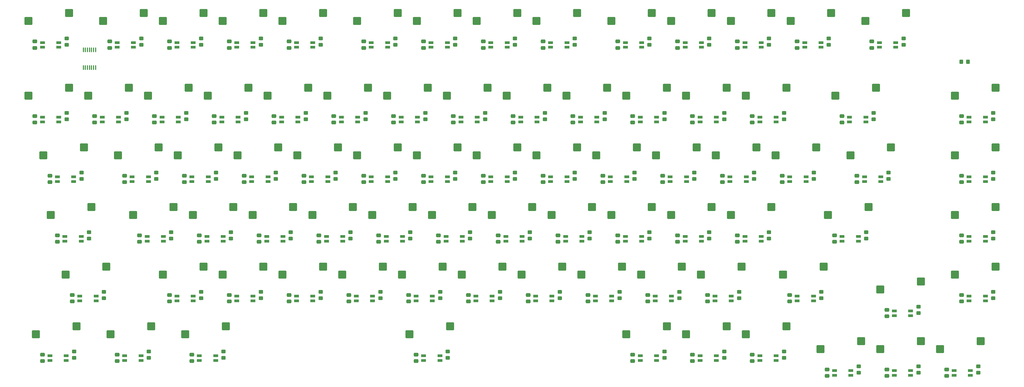
<source format=gbr>
%TF.GenerationSoftware,KiCad,Pcbnew,9.0.2*%
%TF.CreationDate,2025-06-21T15:39:44+05:00*%
%TF.ProjectId,KB75,4b423735-2e6b-4696-9361-645f70636258,V1*%
%TF.SameCoordinates,Original*%
%TF.FileFunction,Paste,Bot*%
%TF.FilePolarity,Positive*%
%FSLAX46Y46*%
G04 Gerber Fmt 4.6, Leading zero omitted, Abs format (unit mm)*
G04 Created by KiCad (PCBNEW 9.0.2) date 2025-06-21 15:39:44*
%MOMM*%
%LPD*%
G01*
G04 APERTURE LIST*
G04 Aperture macros list*
%AMRoundRect*
0 Rectangle with rounded corners*
0 $1 Rounding radius*
0 $2 $3 $4 $5 $6 $7 $8 $9 X,Y pos of 4 corners*
0 Add a 4 corners polygon primitive as box body*
4,1,4,$2,$3,$4,$5,$6,$7,$8,$9,$2,$3,0*
0 Add four circle primitives for the rounded corners*
1,1,$1+$1,$2,$3*
1,1,$1+$1,$4,$5*
1,1,$1+$1,$6,$7*
1,1,$1+$1,$8,$9*
0 Add four rect primitives between the rounded corners*
20,1,$1+$1,$2,$3,$4,$5,0*
20,1,$1+$1,$4,$5,$6,$7,0*
20,1,$1+$1,$6,$7,$8,$9,0*
20,1,$1+$1,$8,$9,$2,$3,0*%
G04 Aperture macros list end*
%ADD10RoundRect,0.082000X-0.718000X0.328000X-0.718000X-0.328000X0.718000X-0.328000X0.718000X0.328000X0*%
%ADD11RoundRect,0.250000X-1.025000X-1.000000X1.025000X-1.000000X1.025000X1.000000X-1.025000X1.000000X0*%
%ADD12RoundRect,0.250000X-0.475000X0.337500X-0.475000X-0.337500X0.475000X-0.337500X0.475000X0.337500X0*%
%ADD13RoundRect,0.250000X0.450000X-0.325000X0.450000X0.325000X-0.450000X0.325000X-0.450000X-0.325000X0*%
%ADD14RoundRect,0.250000X0.325000X0.450000X-0.325000X0.450000X-0.325000X-0.450000X0.325000X-0.450000X0*%
%ADD15RoundRect,0.100000X-0.100000X0.637500X-0.100000X-0.637500X0.100000X-0.637500X0.100000X0.637500X0*%
G04 APERTURE END LIST*
D10*
%TO.C,LED25*%
X236455000Y-78479999D03*
X236455000Y-79979999D03*
X241655000Y-79979999D03*
X241655000Y-78479999D03*
%TD*%
%TO.C,LED20*%
X141205000Y-78479999D03*
X141205000Y-79979999D03*
X146405000Y-79979999D03*
X146405000Y-78479999D03*
%TD*%
%TO.C,LED51*%
X174542500Y-116579999D03*
X174542500Y-118079999D03*
X179742500Y-118079999D03*
X179742500Y-116579999D03*
%TD*%
D11*
%TO.C,SW11*%
X246257500Y-47797500D03*
X259184500Y-45257500D03*
%TD*%
D10*
%TO.C,LED68*%
X241217500Y-135629999D03*
X241217500Y-137129999D03*
X246417500Y-137129999D03*
X246417500Y-135629999D03*
%TD*%
D11*
%TO.C,SW44*%
X336745000Y-90660000D03*
X349672000Y-88120000D03*
%TD*%
D10*
%TO.C,LED8*%
X188830000Y-54667499D03*
X188830000Y-56167499D03*
X194030000Y-56167499D03*
X194030000Y-54667499D03*
%TD*%
D11*
%TO.C,SW37*%
X184345000Y-90660000D03*
X197272000Y-88120000D03*
%TD*%
D10*
%TO.C,LED63*%
X145967500Y-135629999D03*
X145967500Y-137129999D03*
X151167500Y-137129999D03*
X151167500Y-135629999D03*
%TD*%
%TO.C,LED19*%
X122155000Y-78479999D03*
X122155000Y-79979999D03*
X127355000Y-79979999D03*
X127355000Y-78479999D03*
%TD*%
%TO.C,LED5*%
X126917500Y-54667499D03*
X126917500Y-56167499D03*
X132117500Y-56167499D03*
X132117500Y-54667499D03*
%TD*%
D11*
%TO.C,SW19*%
X117670000Y-71610000D03*
X130597000Y-69070000D03*
%TD*%
D10*
%TO.C,LED30*%
X50717500Y-97529999D03*
X50717500Y-99029999D03*
X55917500Y-99029999D03*
X55917500Y-97529999D03*
%TD*%
D11*
%TO.C,SW62*%
X122432500Y-128760000D03*
X135359500Y-126220000D03*
%TD*%
%TO.C,SW16*%
X60520000Y-71610000D03*
X73447000Y-69070000D03*
%TD*%
%TO.C,SW74*%
X67663750Y-147810000D03*
X80590750Y-145270000D03*
%TD*%
%TO.C,SW5*%
X122432500Y-47797500D03*
X135359500Y-45257500D03*
%TD*%
D10*
%TO.C,LED29*%
X341230000Y-78479999D03*
X341230000Y-79979999D03*
X346430000Y-79979999D03*
X346430000Y-78479999D03*
%TD*%
%TO.C,LED73*%
X48336250Y-154679999D03*
X48336250Y-156179999D03*
X53536250Y-156179999D03*
X53536250Y-154679999D03*
%TD*%
D11*
%TO.C,SW22*%
X174820000Y-71610000D03*
X187747000Y-69070000D03*
%TD*%
%TO.C,SW67*%
X217682500Y-128760000D03*
X230609500Y-126220000D03*
%TD*%
%TO.C,SW48*%
X112907500Y-109710000D03*
X125834500Y-107170000D03*
%TD*%
D10*
%TO.C,LED21*%
X160255000Y-78479999D03*
X160255000Y-79979999D03*
X165455000Y-79979999D03*
X165455000Y-78479999D03*
%TD*%
%TO.C,LED42*%
X284080000Y-97529999D03*
X284080000Y-99029999D03*
X289280000Y-99029999D03*
X289280000Y-97529999D03*
%TD*%
D11*
%TO.C,SW13*%
X284357500Y-47797500D03*
X297284500Y-45257500D03*
%TD*%
D10*
%TO.C,LED55*%
X250742500Y-116579999D03*
X250742500Y-118079999D03*
X255942500Y-118079999D03*
X255942500Y-116579999D03*
%TD*%
%TO.C,LED40*%
X245980000Y-97529999D03*
X245980000Y-99029999D03*
X251180000Y-99029999D03*
X251180000Y-97529999D03*
%TD*%
D11*
%TO.C,SW25*%
X231970000Y-71610000D03*
X244897000Y-69070000D03*
%TD*%
%TO.C,SW30*%
X46232500Y-90660000D03*
X59159500Y-88120000D03*
%TD*%
D10*
%TO.C,LED26*%
X255505000Y-78479999D03*
X255505000Y-79979999D03*
X260705000Y-79979999D03*
X260705000Y-78479999D03*
%TD*%
%TO.C,LED3*%
X88817500Y-54667499D03*
X88817500Y-56167499D03*
X94017500Y-56167499D03*
X94017500Y-54667499D03*
%TD*%
%TO.C,LED38*%
X207880000Y-97529999D03*
X207880000Y-99029999D03*
X213080000Y-99029999D03*
X213080000Y-97529999D03*
%TD*%
%TO.C,LED76*%
X167398750Y-154679999D03*
X167398750Y-156179999D03*
X172598750Y-156179999D03*
X172598750Y-154679999D03*
%TD*%
%TO.C,LED80*%
X298367500Y-159442499D03*
X298367500Y-160942499D03*
X303567500Y-160942499D03*
X303567500Y-159442499D03*
%TD*%
%TO.C,LED13*%
X288842500Y-54667499D03*
X288842500Y-56167499D03*
X294042500Y-56167499D03*
X294042500Y-54667499D03*
%TD*%
%TO.C,LED18*%
X103105000Y-78479999D03*
X103105000Y-79979999D03*
X108305000Y-79979999D03*
X108305000Y-78479999D03*
%TD*%
D11*
%TO.C,SW40*%
X241495000Y-90660000D03*
X254422000Y-88120000D03*
%TD*%
%TO.C,SW24*%
X212920000Y-71610000D03*
X225847000Y-69070000D03*
%TD*%
D10*
%TO.C,LED22*%
X179305000Y-78479999D03*
X179305000Y-79979999D03*
X184505000Y-79979999D03*
X184505000Y-78479999D03*
%TD*%
%TO.C,LED27*%
X274555000Y-78479999D03*
X274555000Y-79979999D03*
X279755000Y-79979999D03*
X279755000Y-78479999D03*
%TD*%
%TO.C,LED77*%
X236455000Y-154679999D03*
X236455000Y-156179999D03*
X241655000Y-156179999D03*
X241655000Y-154679999D03*
%TD*%
%TO.C,LED24*%
X217405000Y-78479999D03*
X217405000Y-79979999D03*
X222605000Y-79979999D03*
X222605000Y-78479999D03*
%TD*%
%TO.C,LED44*%
X341230000Y-97529999D03*
X341230000Y-99029999D03*
X346430000Y-99029999D03*
X346430000Y-97529999D03*
%TD*%
%TO.C,LED67*%
X222167500Y-135629999D03*
X222167500Y-137129999D03*
X227367500Y-137129999D03*
X227367500Y-135629999D03*
%TD*%
%TO.C,LED74*%
X72148750Y-154679999D03*
X72148750Y-156179999D03*
X77348750Y-156179999D03*
X77348750Y-154679999D03*
%TD*%
D11*
%TO.C,SW82*%
X331982500Y-152572500D03*
X344909500Y-150032500D03*
%TD*%
D10*
%TO.C,LED70*%
X286461250Y-135629999D03*
X286461250Y-137129999D03*
X291661250Y-137129999D03*
X291661250Y-135629999D03*
%TD*%
D11*
%TO.C,SW10*%
X227207500Y-47797500D03*
X240134500Y-45257500D03*
%TD*%
%TO.C,SW31*%
X70045000Y-90660000D03*
X82972000Y-88120000D03*
%TD*%
D10*
%TO.C,LED54*%
X231692500Y-116579999D03*
X231692500Y-118079999D03*
X236892500Y-118079999D03*
X236892500Y-116579999D03*
%TD*%
%TO.C,LED56*%
X269792500Y-116579999D03*
X269792500Y-118079999D03*
X274992500Y-118079999D03*
X274992500Y-116579999D03*
%TD*%
%TO.C,LED45*%
X53098750Y-116579999D03*
X53098750Y-118079999D03*
X58298750Y-118079999D03*
X58298750Y-116579999D03*
%TD*%
%TO.C,LED81*%
X317417500Y-159442499D03*
X317417500Y-160942499D03*
X322617500Y-160942499D03*
X322617500Y-159442499D03*
%TD*%
%TO.C,LED78*%
X255505000Y-154679999D03*
X255505000Y-156179999D03*
X260705000Y-156179999D03*
X260705000Y-154679999D03*
%TD*%
D11*
%TO.C,SW38*%
X203395000Y-90660000D03*
X216322000Y-88120000D03*
%TD*%
%TO.C,SW63*%
X141482500Y-128760000D03*
X154409500Y-126220000D03*
%TD*%
%TO.C,SW76*%
X162913750Y-147810000D03*
X175840750Y-145270000D03*
%TD*%
D10*
%TO.C,LED43*%
X307892500Y-97529999D03*
X307892500Y-99029999D03*
X313092500Y-99029999D03*
X313092500Y-97529999D03*
%TD*%
%TO.C,LED79*%
X274555000Y-154679999D03*
X274555000Y-156179999D03*
X279755000Y-156179999D03*
X279755000Y-154679999D03*
%TD*%
D11*
%TO.C,SW7*%
X165295000Y-47797500D03*
X178222000Y-45257500D03*
%TD*%
D10*
%TO.C,LED48*%
X117392500Y-116579999D03*
X117392500Y-118079999D03*
X122592500Y-118079999D03*
X122592500Y-116579999D03*
%TD*%
D11*
%TO.C,SW53*%
X208157500Y-109710000D03*
X221084500Y-107170000D03*
%TD*%
D10*
%TO.C,LED75*%
X95961250Y-154679999D03*
X95961250Y-156179999D03*
X101161250Y-156179999D03*
X101161250Y-154679999D03*
%TD*%
D11*
%TO.C,SW65*%
X179582500Y-128760000D03*
X192509500Y-126220000D03*
%TD*%
D10*
%TO.C,LED53*%
X212642500Y-116579999D03*
X212642500Y-118079999D03*
X217842500Y-118079999D03*
X217842500Y-116579999D03*
%TD*%
%TO.C,LED49*%
X136442500Y-116579999D03*
X136442500Y-118079999D03*
X141642500Y-118079999D03*
X141642500Y-116579999D03*
%TD*%
D11*
%TO.C,SW56*%
X265307500Y-109710000D03*
X278234500Y-107170000D03*
%TD*%
%TO.C,SW21*%
X155770000Y-71610000D03*
X168697000Y-69070000D03*
%TD*%
%TO.C,SW2*%
X65282500Y-47797500D03*
X78209500Y-45257500D03*
%TD*%
%TO.C,SW81*%
X312932500Y-152572500D03*
X325859500Y-150032500D03*
%TD*%
%TO.C,SW50*%
X151007500Y-109710000D03*
X163934500Y-107170000D03*
%TD*%
D10*
%TO.C,LED17*%
X84055000Y-78479999D03*
X84055000Y-79979999D03*
X89255000Y-79979999D03*
X89255000Y-78479999D03*
%TD*%
D11*
%TO.C,SW28*%
X298645000Y-71610000D03*
X311572000Y-69070000D03*
%TD*%
%TO.C,SW51*%
X170057500Y-109710000D03*
X182984500Y-107170000D03*
%TD*%
D10*
%TO.C,LED59*%
X57861250Y-135629999D03*
X57861250Y-137129999D03*
X63061250Y-137129999D03*
X63061250Y-135629999D03*
%TD*%
D11*
%TO.C,SW43*%
X303407500Y-90660000D03*
X316334500Y-88120000D03*
%TD*%
%TO.C,SW39*%
X222445000Y-90660000D03*
X235372000Y-88120000D03*
%TD*%
D10*
%TO.C,LED64*%
X165017500Y-135629999D03*
X165017500Y-137129999D03*
X170217500Y-137129999D03*
X170217500Y-135629999D03*
%TD*%
D11*
%TO.C,SW35*%
X146245000Y-90660000D03*
X159172000Y-88120000D03*
%TD*%
%TO.C,SW9*%
X203395000Y-47797500D03*
X216322000Y-45257500D03*
%TD*%
D10*
%TO.C,LED72*%
X341230000Y-135629999D03*
X341230000Y-137129999D03*
X346430000Y-137129999D03*
X346430000Y-135629999D03*
%TD*%
%TO.C,LED7*%
X169780000Y-54667499D03*
X169780000Y-56167499D03*
X174980000Y-56167499D03*
X174980000Y-54667499D03*
%TD*%
D11*
%TO.C,SW73*%
X43851250Y-147810000D03*
X56778250Y-145270000D03*
%TD*%
D10*
%TO.C,LED9*%
X207880000Y-54667499D03*
X207880000Y-56167499D03*
X213080000Y-56167499D03*
X213080000Y-54667499D03*
%TD*%
%TO.C,LED23*%
X198355000Y-78479999D03*
X198355000Y-79979999D03*
X203555000Y-79979999D03*
X203555000Y-78479999D03*
%TD*%
D11*
%TO.C,SW18*%
X98620000Y-71610000D03*
X111547000Y-69070000D03*
%TD*%
%TO.C,SW3*%
X84332500Y-47797500D03*
X97259500Y-45257500D03*
%TD*%
%TO.C,SW61*%
X103382500Y-128760000D03*
X116309500Y-126220000D03*
%TD*%
%TO.C,SW6*%
X146245000Y-47797500D03*
X159172000Y-45257500D03*
%TD*%
%TO.C,SW70*%
X281976250Y-128760000D03*
X294903250Y-126220000D03*
%TD*%
%TO.C,SW57*%
X296263750Y-109710000D03*
X309190750Y-107170000D03*
%TD*%
D10*
%TO.C,LED60*%
X88817500Y-135629999D03*
X88817500Y-137129999D03*
X94017500Y-137129999D03*
X94017500Y-135629999D03*
%TD*%
D11*
%TO.C,SW46*%
X74807500Y-109710000D03*
X87734500Y-107170000D03*
%TD*%
%TO.C,SW12*%
X265307500Y-47797500D03*
X278234500Y-45257500D03*
%TD*%
D10*
%TO.C,LED57*%
X300748750Y-116579999D03*
X300748750Y-118079999D03*
X305948750Y-118079999D03*
X305948750Y-116579999D03*
%TD*%
%TO.C,LED12*%
X269792500Y-54667499D03*
X269792500Y-56167499D03*
X274992500Y-56167499D03*
X274992500Y-54667499D03*
%TD*%
D11*
%TO.C,SW64*%
X160532500Y-128760000D03*
X173459500Y-126220000D03*
%TD*%
%TO.C,SW42*%
X279595000Y-90660000D03*
X292522000Y-88120000D03*
%TD*%
%TO.C,SW4*%
X103382500Y-47797500D03*
X116309500Y-45257500D03*
%TD*%
D10*
%TO.C,LED31*%
X74530000Y-97529999D03*
X74530000Y-99029999D03*
X79730000Y-99029999D03*
X79730000Y-97529999D03*
%TD*%
D11*
%TO.C,SW49*%
X131957500Y-109710000D03*
X144884500Y-107170000D03*
%TD*%
%TO.C,SW66*%
X198632500Y-128760000D03*
X211559500Y-126220000D03*
%TD*%
%TO.C,SW47*%
X93857500Y-109710000D03*
X106784500Y-107170000D03*
%TD*%
%TO.C,SW75*%
X91476250Y-147810000D03*
X104403250Y-145270000D03*
%TD*%
%TO.C,SW29*%
X336745000Y-71610000D03*
X349672000Y-69070000D03*
%TD*%
%TO.C,SW45*%
X48613750Y-109710000D03*
X61540750Y-107170000D03*
%TD*%
D10*
%TO.C,LED36*%
X169780000Y-97529999D03*
X169780000Y-99029999D03*
X174980000Y-99029999D03*
X174980000Y-97529999D03*
%TD*%
%TO.C,LED47*%
X98342500Y-116579999D03*
X98342500Y-118079999D03*
X103542500Y-118079999D03*
X103542500Y-116579999D03*
%TD*%
%TO.C,LED35*%
X150730000Y-97529999D03*
X150730000Y-99029999D03*
X155930000Y-99029999D03*
X155930000Y-97529999D03*
%TD*%
%TO.C,LED41*%
X265030000Y-97529999D03*
X265030000Y-99029999D03*
X270230000Y-99029999D03*
X270230000Y-97529999D03*
%TD*%
%TO.C,LED10*%
X231692500Y-54667499D03*
X231692500Y-56167499D03*
X236892500Y-56167499D03*
X236892500Y-54667499D03*
%TD*%
D11*
%TO.C,SW77*%
X231970000Y-147810000D03*
X244897000Y-145270000D03*
%TD*%
%TO.C,SW80*%
X293882500Y-152572500D03*
X306809500Y-150032500D03*
%TD*%
D10*
%TO.C,LED33*%
X112630000Y-97529999D03*
X112630000Y-99029999D03*
X117830000Y-99029999D03*
X117830000Y-97529999D03*
%TD*%
D11*
%TO.C,SW1*%
X41470000Y-47797500D03*
X54397000Y-45257500D03*
%TD*%
%TO.C,SW54*%
X227207500Y-109710000D03*
X240134500Y-107170000D03*
%TD*%
%TO.C,SW36*%
X165295000Y-90660000D03*
X178222000Y-88120000D03*
%TD*%
%TO.C,SW69*%
X255782500Y-128760000D03*
X268709500Y-126220000D03*
%TD*%
D10*
%TO.C,LED1*%
X45955000Y-54667499D03*
X45955000Y-56167499D03*
X51155000Y-56167499D03*
X51155000Y-54667499D03*
%TD*%
D11*
%TO.C,SW68*%
X236732500Y-128760000D03*
X249659500Y-126220000D03*
%TD*%
%TO.C,SW20*%
X136720000Y-71610000D03*
X149647000Y-69070000D03*
%TD*%
D10*
%TO.C,LED52*%
X193592500Y-116579999D03*
X193592500Y-118079999D03*
X198792500Y-118079999D03*
X198792500Y-116579999D03*
%TD*%
D11*
%TO.C,SW17*%
X79570000Y-71610000D03*
X92497000Y-69070000D03*
%TD*%
D10*
%TO.C,LED65*%
X184067500Y-135629999D03*
X184067500Y-137129999D03*
X189267500Y-137129999D03*
X189267500Y-135629999D03*
%TD*%
D11*
%TO.C,SW55*%
X246257500Y-109710000D03*
X259184500Y-107170000D03*
%TD*%
%TO.C,SW33*%
X108145000Y-90660000D03*
X121072000Y-88120000D03*
%TD*%
D10*
%TO.C,LED34*%
X131680000Y-97529999D03*
X131680000Y-99029999D03*
X136880000Y-99029999D03*
X136880000Y-97529999D03*
%TD*%
%TO.C,LED16*%
X65005000Y-78479999D03*
X65005000Y-79979999D03*
X70205000Y-79979999D03*
X70205000Y-78479999D03*
%TD*%
D11*
%TO.C,SW58*%
X336745000Y-109710000D03*
X349672000Y-107170000D03*
%TD*%
%TO.C,SW78*%
X251020000Y-147810000D03*
X263947000Y-145270000D03*
%TD*%
%TO.C,SW15*%
X41470000Y-71610000D03*
X54397000Y-69070000D03*
%TD*%
D10*
%TO.C,LED37*%
X188830000Y-97529999D03*
X188830000Y-99029999D03*
X194030000Y-99029999D03*
X194030000Y-97529999D03*
%TD*%
D11*
%TO.C,SW32*%
X89095000Y-90660000D03*
X102022000Y-88120000D03*
%TD*%
D10*
%TO.C,LED6*%
X150730000Y-54667499D03*
X150730000Y-56167499D03*
X155930000Y-56167499D03*
X155930000Y-54667499D03*
%TD*%
D11*
%TO.C,SW34*%
X127195000Y-90660000D03*
X140122000Y-88120000D03*
%TD*%
D10*
%TO.C,LED69*%
X260267500Y-135629999D03*
X260267500Y-137129999D03*
X265467500Y-137129999D03*
X265467500Y-135629999D03*
%TD*%
D11*
%TO.C,SW8*%
X184345000Y-47797500D03*
X197272000Y-45257500D03*
%TD*%
D10*
%TO.C,LED39*%
X226930000Y-97529999D03*
X226930000Y-99029999D03*
X232130000Y-99029999D03*
X232130000Y-97529999D03*
%TD*%
D11*
%TO.C,SW52*%
X189107500Y-109710000D03*
X202034500Y-107170000D03*
%TD*%
D10*
%TO.C,LED11*%
X250742500Y-54667499D03*
X250742500Y-56167499D03*
X255942500Y-56167499D03*
X255942500Y-54667499D03*
%TD*%
D11*
%TO.C,SW79*%
X270070000Y-147810000D03*
X282997000Y-145270000D03*
%TD*%
%TO.C,SW71*%
X312932500Y-133522500D03*
X325859500Y-130982500D03*
%TD*%
D10*
%TO.C,LED71*%
X317417500Y-140392499D03*
X317417500Y-141892499D03*
X322617500Y-141892499D03*
X322617500Y-140392499D03*
%TD*%
%TO.C,LED82*%
X336467500Y-159442499D03*
X336467500Y-160942499D03*
X341667500Y-160942499D03*
X341667500Y-159442499D03*
%TD*%
%TO.C,LED62*%
X126917500Y-135629999D03*
X126917500Y-137129999D03*
X132117500Y-137129999D03*
X132117500Y-135629999D03*
%TD*%
D11*
%TO.C,SW41*%
X260545000Y-90660000D03*
X273472000Y-88120000D03*
%TD*%
D10*
%TO.C,LED61*%
X107867500Y-135629999D03*
X107867500Y-137129999D03*
X113067500Y-137129999D03*
X113067500Y-135629999D03*
%TD*%
%TO.C,LED58*%
X341230000Y-116579999D03*
X341230000Y-118079999D03*
X346430000Y-118079999D03*
X346430000Y-116579999D03*
%TD*%
D11*
%TO.C,SW23*%
X193870000Y-71610000D03*
X206797000Y-69070000D03*
%TD*%
D10*
%TO.C,LED15*%
X45955000Y-78479999D03*
X45955000Y-79979999D03*
X51155000Y-79979999D03*
X51155000Y-78479999D03*
%TD*%
%TO.C,LED46*%
X79292500Y-116579999D03*
X79292500Y-118079999D03*
X84492500Y-118079999D03*
X84492500Y-116579999D03*
%TD*%
%TO.C,LED66*%
X203117500Y-135629999D03*
X203117500Y-137129999D03*
X208317500Y-137129999D03*
X208317500Y-135629999D03*
%TD*%
D11*
%TO.C,SW27*%
X270070000Y-71610000D03*
X282997000Y-69070000D03*
%TD*%
D10*
%TO.C,LED28*%
X303130000Y-78479999D03*
X303130000Y-79979999D03*
X308330000Y-79979999D03*
X308330000Y-78479999D03*
%TD*%
%TO.C,LED32*%
X93580000Y-97529999D03*
X93580000Y-99029999D03*
X98780000Y-99029999D03*
X98780000Y-97529999D03*
%TD*%
D11*
%TO.C,SW59*%
X53376250Y-128760000D03*
X66303250Y-126220000D03*
%TD*%
D10*
%TO.C,LED2*%
X69767500Y-54667499D03*
X69767500Y-56167499D03*
X74967500Y-56167499D03*
X74967500Y-54667499D03*
%TD*%
D11*
%TO.C,SW14*%
X308170000Y-47797500D03*
X321097000Y-45257500D03*
%TD*%
%TO.C,SW26*%
X251020000Y-71610000D03*
X263947000Y-69070000D03*
%TD*%
%TO.C,SW60*%
X84332500Y-128760000D03*
X97259500Y-126220000D03*
%TD*%
%TO.C,SW72*%
X336745000Y-128760000D03*
X349672000Y-126220000D03*
%TD*%
D10*
%TO.C,LED14*%
X312655000Y-54667499D03*
X312655000Y-56167499D03*
X317855000Y-56167499D03*
X317855000Y-54667499D03*
%TD*%
%TO.C,LED50*%
X155492500Y-116579999D03*
X155492500Y-118079999D03*
X160692500Y-118079999D03*
X160692500Y-116579999D03*
%TD*%
%TO.C,LED4*%
X107867500Y-54667499D03*
X107867500Y-56167499D03*
X113067500Y-56167499D03*
X113067500Y-54667499D03*
%TD*%
D12*
%TO.C,C42*%
X281680000Y-97162500D03*
X281680000Y-99237500D03*
%TD*%
D13*
%TO.C,D74*%
X79828750Y-155375000D03*
X79828750Y-153325000D03*
%TD*%
%TO.C,D53*%
X220322500Y-117275000D03*
X220322500Y-115225000D03*
%TD*%
%TO.C,D49*%
X144122500Y-117275000D03*
X144122500Y-115225000D03*
%TD*%
%TO.C,D40*%
X253660000Y-98225000D03*
X253660000Y-96175000D03*
%TD*%
D12*
%TO.C,C62*%
X143567500Y-135262500D03*
X143567500Y-137337500D03*
%TD*%
D13*
%TO.C,D61*%
X115547500Y-136325000D03*
X115547500Y-134275000D03*
%TD*%
%TO.C,D75*%
X103641250Y-155375000D03*
X103641250Y-153325000D03*
%TD*%
%TO.C,D42*%
X291760000Y-98225000D03*
X291760000Y-96175000D03*
%TD*%
D12*
%TO.C,C11*%
X248342500Y-54300000D03*
X248342500Y-56375000D03*
%TD*%
D13*
%TO.C,D36*%
X177460000Y-98225000D03*
X177460000Y-96175000D03*
%TD*%
%TO.C,D47*%
X106022500Y-117275000D03*
X106022500Y-115225000D03*
%TD*%
D12*
%TO.C,C13*%
X286442500Y-54300000D03*
X286442500Y-56375000D03*
%TD*%
%TO.C,C77*%
X234055000Y-154312500D03*
X234055000Y-156387500D03*
%TD*%
%TO.C,C51*%
X172142500Y-116212500D03*
X172142500Y-118287500D03*
%TD*%
D13*
%TO.C,D37*%
X196510000Y-98225000D03*
X196510000Y-96175000D03*
%TD*%
%TO.C,D31*%
X82210000Y-98225000D03*
X82210000Y-96175000D03*
%TD*%
%TO.C,D28*%
X310810000Y-79175000D03*
X310810000Y-77125000D03*
%TD*%
%TO.C,D8*%
X196510000Y-55362500D03*
X196510000Y-53312500D03*
%TD*%
%TO.C,D1*%
X53635000Y-55362500D03*
X53635000Y-53312500D03*
%TD*%
%TO.C,D60*%
X96497500Y-136325000D03*
X96497500Y-134275000D03*
%TD*%
D12*
%TO.C,C21*%
X157855000Y-78112500D03*
X157855000Y-80187500D03*
%TD*%
%TO.C,C48*%
X114992500Y-116212500D03*
X114992500Y-118287500D03*
%TD*%
D13*
%TO.C,D16*%
X72685000Y-79175000D03*
X72685000Y-77125000D03*
%TD*%
%TO.C,D81*%
X325097500Y-160137500D03*
X325097500Y-158087500D03*
%TD*%
D12*
%TO.C,C50*%
X153092500Y-116212500D03*
X153092500Y-118287500D03*
%TD*%
%TO.C,C6*%
X148330000Y-54300000D03*
X148330000Y-56375000D03*
%TD*%
D13*
%TO.C,D79*%
X282235000Y-155375000D03*
X282235000Y-153325000D03*
%TD*%
%TO.C,D5*%
X134597500Y-55362500D03*
X134597500Y-53312500D03*
%TD*%
D12*
%TO.C,C9*%
X205480000Y-54300000D03*
X205480000Y-56375000D03*
%TD*%
%TO.C,C74*%
X69748750Y-154312500D03*
X69748750Y-156387500D03*
%TD*%
D13*
%TO.C,D12*%
X277472500Y-55362500D03*
X277472500Y-53312500D03*
%TD*%
%TO.C,D68*%
X248897500Y-136325000D03*
X248897500Y-134275000D03*
%TD*%
%TO.C,D35*%
X158410000Y-98225000D03*
X158410000Y-96175000D03*
%TD*%
%TO.C,D76*%
X175078750Y-155375000D03*
X175078750Y-153325000D03*
%TD*%
%TO.C,D73*%
X56016250Y-155375000D03*
X56016250Y-153325000D03*
%TD*%
%TO.C,D13*%
X296522500Y-55362500D03*
X296522500Y-53312500D03*
%TD*%
%TO.C,D58*%
X348910000Y-117275000D03*
X348910000Y-115225000D03*
%TD*%
D12*
%TO.C,C12*%
X267392500Y-54300000D03*
X267392500Y-56375000D03*
%TD*%
D13*
%TO.C,D63*%
X153647500Y-136325000D03*
X153647500Y-134275000D03*
%TD*%
D12*
%TO.C,C47*%
X95942500Y-116212500D03*
X95942500Y-118287500D03*
%TD*%
%TO.C,C34*%
X129280000Y-97162500D03*
X129280000Y-99237500D03*
%TD*%
D13*
%TO.C,D72*%
X348910000Y-136325000D03*
X348910000Y-134275000D03*
%TD*%
D12*
%TO.C,C7*%
X167380000Y-54300000D03*
X167380000Y-56375000D03*
%TD*%
D13*
%TO.C,D82*%
X344147500Y-160137500D03*
X344147500Y-158087500D03*
%TD*%
%TO.C,D6*%
X158410000Y-55362500D03*
X158410000Y-53312500D03*
%TD*%
D12*
%TO.C,C71*%
X338830000Y-116212500D03*
X338830000Y-118287500D03*
%TD*%
D13*
%TO.C,D22*%
X186985000Y-79175000D03*
X186985000Y-77125000D03*
%TD*%
%TO.C,D48*%
X125072500Y-117275000D03*
X125072500Y-115225000D03*
%TD*%
%TO.C,D23*%
X206035000Y-79175000D03*
X206035000Y-77125000D03*
%TD*%
%TO.C,D43*%
X315572500Y-98225000D03*
X315572500Y-96175000D03*
%TD*%
D12*
%TO.C,C15*%
X43555000Y-78112500D03*
X43555000Y-80187500D03*
%TD*%
D13*
%TO.C,D78*%
X263185000Y-155375000D03*
X263185000Y-153325000D03*
%TD*%
D12*
%TO.C,C41*%
X262630000Y-97162500D03*
X262630000Y-99237500D03*
%TD*%
%TO.C,C61*%
X124517500Y-135262500D03*
X124517500Y-137337500D03*
%TD*%
D13*
%TO.C,D39*%
X234610000Y-98225000D03*
X234610000Y-96175000D03*
%TD*%
%TO.C,D34*%
X139360000Y-98225000D03*
X139360000Y-96175000D03*
%TD*%
D12*
%TO.C,C52*%
X191192500Y-116212500D03*
X191192500Y-118287500D03*
%TD*%
%TO.C,C17*%
X81655000Y-78112500D03*
X81655000Y-80187500D03*
%TD*%
D13*
%TO.C,D19*%
X129835000Y-79175000D03*
X129835000Y-77125000D03*
%TD*%
D12*
%TO.C,C20*%
X138805000Y-78112500D03*
X138805000Y-80187500D03*
%TD*%
D13*
%TO.C,D50*%
X163172500Y-117275000D03*
X163172500Y-115225000D03*
%TD*%
D12*
%TO.C,C44*%
X338830000Y-97162500D03*
X338830000Y-99237500D03*
%TD*%
%TO.C,C39*%
X224530000Y-97162500D03*
X224530000Y-99237500D03*
%TD*%
%TO.C,C76*%
X164998750Y-154312500D03*
X164998750Y-156387500D03*
%TD*%
D13*
%TO.C,D3*%
X96497500Y-55362500D03*
X96497500Y-53312500D03*
%TD*%
D12*
%TO.C,C26*%
X253105000Y-78112500D03*
X253105000Y-80187500D03*
%TD*%
%TO.C,C14*%
X310255000Y-54300000D03*
X310255000Y-56375000D03*
%TD*%
D13*
%TO.C,D54*%
X239372500Y-117275000D03*
X239372500Y-115225000D03*
%TD*%
D12*
%TO.C,C23*%
X195955000Y-78112500D03*
X195955000Y-80187500D03*
%TD*%
%TO.C,C27*%
X272155000Y-78112500D03*
X272155000Y-80187500D03*
%TD*%
D14*
%TO.C,D83*%
X340840000Y-60790000D03*
X338790000Y-60790000D03*
%TD*%
D12*
%TO.C,C63*%
X162617500Y-135262500D03*
X162617500Y-137337500D03*
%TD*%
D13*
%TO.C,D51*%
X182222500Y-117275000D03*
X182222500Y-115225000D03*
%TD*%
D12*
%TO.C,C28*%
X300730000Y-78112500D03*
X300730000Y-80187500D03*
%TD*%
D13*
%TO.C,D52*%
X201272500Y-117275000D03*
X201272500Y-115225000D03*
%TD*%
%TO.C,D44*%
X348910000Y-98225000D03*
X348910000Y-96175000D03*
%TD*%
D12*
%TO.C,C10*%
X229292500Y-54300000D03*
X229292500Y-56375000D03*
%TD*%
%TO.C,C45*%
X50698750Y-116212500D03*
X50698750Y-118287500D03*
%TD*%
D13*
%TO.C,D29*%
X348910000Y-79175000D03*
X348910000Y-77125000D03*
%TD*%
%TO.C,D70*%
X294141250Y-136325000D03*
X294141250Y-134275000D03*
%TD*%
D12*
%TO.C,C2*%
X67367500Y-54300000D03*
X67367500Y-56375000D03*
%TD*%
%TO.C,C4*%
X105467500Y-54300000D03*
X105467500Y-56375000D03*
%TD*%
D13*
%TO.C,D10*%
X239372500Y-55362500D03*
X239372500Y-53312500D03*
%TD*%
D12*
%TO.C,C46*%
X76892500Y-116212500D03*
X76892500Y-118287500D03*
%TD*%
%TO.C,C59*%
X86417500Y-135262500D03*
X86417500Y-137337500D03*
%TD*%
D13*
%TO.C,D57*%
X308428750Y-117275000D03*
X308428750Y-115225000D03*
%TD*%
D12*
%TO.C,C22*%
X176905000Y-78112500D03*
X176905000Y-80187500D03*
%TD*%
D13*
%TO.C,D15*%
X53635000Y-79175000D03*
X53635000Y-77125000D03*
%TD*%
%TO.C,D32*%
X101260000Y-98225000D03*
X101260000Y-96175000D03*
%TD*%
D12*
%TO.C,C49*%
X134042500Y-116212500D03*
X134042500Y-118287500D03*
%TD*%
D13*
%TO.C,D64*%
X172697500Y-136325000D03*
X172697500Y-134275000D03*
%TD*%
D12*
%TO.C,C40*%
X243580000Y-97162500D03*
X243580000Y-99237500D03*
%TD*%
%TO.C,C60*%
X105467500Y-135262500D03*
X105467500Y-137337500D03*
%TD*%
%TO.C,C19*%
X119755000Y-78112500D03*
X119755000Y-80187500D03*
%TD*%
%TO.C,C57*%
X298348750Y-116212500D03*
X298348750Y-118287500D03*
%TD*%
%TO.C,C25*%
X234055000Y-78112500D03*
X234055000Y-80187500D03*
%TD*%
D13*
%TO.C,D21*%
X167935000Y-79175000D03*
X167935000Y-77125000D03*
%TD*%
%TO.C,D30*%
X58397500Y-98225000D03*
X58397500Y-96175000D03*
%TD*%
D12*
%TO.C,C79*%
X272155000Y-154312500D03*
X272155000Y-156387500D03*
%TD*%
%TO.C,C43*%
X305492500Y-97162500D03*
X305492500Y-99237500D03*
%TD*%
D13*
%TO.C,D56*%
X277472500Y-117275000D03*
X277472500Y-115225000D03*
%TD*%
D12*
%TO.C,C35*%
X148330000Y-97162500D03*
X148330000Y-99237500D03*
%TD*%
%TO.C,C78*%
X253105000Y-154312500D03*
X253105000Y-156387500D03*
%TD*%
%TO.C,C69*%
X284061250Y-135262500D03*
X284061250Y-137337500D03*
%TD*%
%TO.C,C18*%
X100705000Y-78112500D03*
X100705000Y-80187500D03*
%TD*%
D13*
%TO.C,D45*%
X60778750Y-117275000D03*
X60778750Y-115225000D03*
%TD*%
%TO.C,D71*%
X325097500Y-141087500D03*
X325097500Y-139037500D03*
%TD*%
%TO.C,D7*%
X177460000Y-55362500D03*
X177460000Y-53312500D03*
%TD*%
%TO.C,D77*%
X244135000Y-155375000D03*
X244135000Y-153325000D03*
%TD*%
%TO.C,D46*%
X86972500Y-117275000D03*
X86972500Y-115225000D03*
%TD*%
D12*
%TO.C,C38*%
X205480000Y-97162500D03*
X205480000Y-99237500D03*
%TD*%
D13*
%TO.C,D66*%
X210797500Y-136325000D03*
X210797500Y-134275000D03*
%TD*%
D12*
%TO.C,C66*%
X219767500Y-135262500D03*
X219767500Y-137337500D03*
%TD*%
%TO.C,C24*%
X215005000Y-78112500D03*
X215005000Y-80187500D03*
%TD*%
%TO.C,C3*%
X86417500Y-54300000D03*
X86417500Y-56375000D03*
%TD*%
D13*
%TO.C,D27*%
X282235000Y-79175000D03*
X282235000Y-77125000D03*
%TD*%
%TO.C,D24*%
X225085000Y-79175000D03*
X225085000Y-77125000D03*
%TD*%
%TO.C,D11*%
X258422500Y-55362500D03*
X258422500Y-53312500D03*
%TD*%
D15*
%TO.C,U1*%
X58975000Y-56962500D03*
X59625000Y-56962500D03*
X60275000Y-56962500D03*
X60925000Y-56962500D03*
X61575000Y-56962500D03*
X62225000Y-56962500D03*
X62875000Y-56962500D03*
X62875000Y-62687500D03*
X62225000Y-62687500D03*
X61575000Y-62687500D03*
X60925000Y-62687500D03*
X60275000Y-62687500D03*
X59625000Y-62687500D03*
X58975000Y-62687500D03*
%TD*%
D12*
%TO.C,C73*%
X45936250Y-154312500D03*
X45936250Y-156387500D03*
%TD*%
%TO.C,C64*%
X181667500Y-135262500D03*
X181667500Y-137337500D03*
%TD*%
%TO.C,C31*%
X72130000Y-97162500D03*
X72130000Y-99237500D03*
%TD*%
%TO.C,C29*%
X338830000Y-78112500D03*
X338830000Y-80187500D03*
%TD*%
D13*
%TO.C,D59*%
X65541250Y-136325000D03*
X65541250Y-134275000D03*
%TD*%
D12*
%TO.C,C81*%
X315017500Y-159075000D03*
X315017500Y-161150000D03*
%TD*%
%TO.C,C36*%
X167380000Y-97162500D03*
X167380000Y-99237500D03*
%TD*%
D13*
%TO.C,D55*%
X258422500Y-117275000D03*
X258422500Y-115225000D03*
%TD*%
%TO.C,D33*%
X120310000Y-98225000D03*
X120310000Y-96175000D03*
%TD*%
%TO.C,D26*%
X263185000Y-79175000D03*
X263185000Y-77125000D03*
%TD*%
%TO.C,D17*%
X91735000Y-79175000D03*
X91735000Y-77125000D03*
%TD*%
%TO.C,D69*%
X267947500Y-136325000D03*
X267947500Y-134275000D03*
%TD*%
%TO.C,D65*%
X191747500Y-136325000D03*
X191747500Y-134275000D03*
%TD*%
D12*
%TO.C,C75*%
X93561250Y-154312500D03*
X93561250Y-156387500D03*
%TD*%
%TO.C,C55*%
X248342500Y-116212500D03*
X248342500Y-118287500D03*
%TD*%
%TO.C,C67*%
X238817500Y-135262500D03*
X238817500Y-137337500D03*
%TD*%
%TO.C,C65*%
X200717500Y-135262500D03*
X200717500Y-137337500D03*
%TD*%
%TO.C,C8*%
X186430000Y-54300000D03*
X186430000Y-56375000D03*
%TD*%
D13*
%TO.C,D18*%
X110785000Y-79175000D03*
X110785000Y-77125000D03*
%TD*%
D12*
%TO.C,C54*%
X229292500Y-116212500D03*
X229292500Y-118287500D03*
%TD*%
D13*
%TO.C,D62*%
X134597500Y-136325000D03*
X134597500Y-134275000D03*
%TD*%
%TO.C,D9*%
X215560000Y-55362500D03*
X215560000Y-53312500D03*
%TD*%
D12*
%TO.C,C5*%
X124517500Y-54300000D03*
X124517500Y-56375000D03*
%TD*%
D13*
%TO.C,D67*%
X229847500Y-136325000D03*
X229847500Y-134275000D03*
%TD*%
D12*
%TO.C,C53*%
X210242500Y-116212500D03*
X210242500Y-118287500D03*
%TD*%
D13*
%TO.C,D38*%
X215560000Y-98225000D03*
X215560000Y-96175000D03*
%TD*%
%TO.C,D80*%
X306047500Y-160137500D03*
X306047500Y-158087500D03*
%TD*%
D12*
%TO.C,C70*%
X315017500Y-140025000D03*
X315017500Y-142100000D03*
%TD*%
%TO.C,C72*%
X338830000Y-135262500D03*
X338830000Y-137337500D03*
%TD*%
D13*
%TO.C,D41*%
X272710000Y-98225000D03*
X272710000Y-96175000D03*
%TD*%
D12*
%TO.C,C68*%
X257867500Y-135262500D03*
X257867500Y-137337500D03*
%TD*%
D13*
%TO.C,D4*%
X115547500Y-55362500D03*
X115547500Y-53312500D03*
%TD*%
%TO.C,D25*%
X244135000Y-79175000D03*
X244135000Y-77125000D03*
%TD*%
D12*
%TO.C,C32*%
X91180000Y-97162500D03*
X91180000Y-99237500D03*
%TD*%
D13*
%TO.C,D2*%
X77447500Y-55362500D03*
X77447500Y-53312500D03*
%TD*%
D12*
%TO.C,C56*%
X267392500Y-116212500D03*
X267392500Y-118287500D03*
%TD*%
%TO.C,C30*%
X48317500Y-97162500D03*
X48317500Y-99237500D03*
%TD*%
%TO.C,C82*%
X334067500Y-159075000D03*
X334067500Y-161150000D03*
%TD*%
%TO.C,C16*%
X62605000Y-78112500D03*
X62605000Y-80187500D03*
%TD*%
%TO.C,C80*%
X295967500Y-159075000D03*
X295967500Y-161150000D03*
%TD*%
%TO.C,C58*%
X55461250Y-135262500D03*
X55461250Y-137337500D03*
%TD*%
%TO.C,C33*%
X110230000Y-97162500D03*
X110230000Y-99237500D03*
%TD*%
%TO.C,C37*%
X186430000Y-97162500D03*
X186430000Y-99237500D03*
%TD*%
D13*
%TO.C,D20*%
X148885000Y-79175000D03*
X148885000Y-77125000D03*
%TD*%
%TO.C,D14*%
X320335000Y-55362500D03*
X320335000Y-53312500D03*
%TD*%
D12*
%TO.C,C1*%
X43555000Y-54300000D03*
X43555000Y-56375000D03*
%TD*%
M02*

</source>
